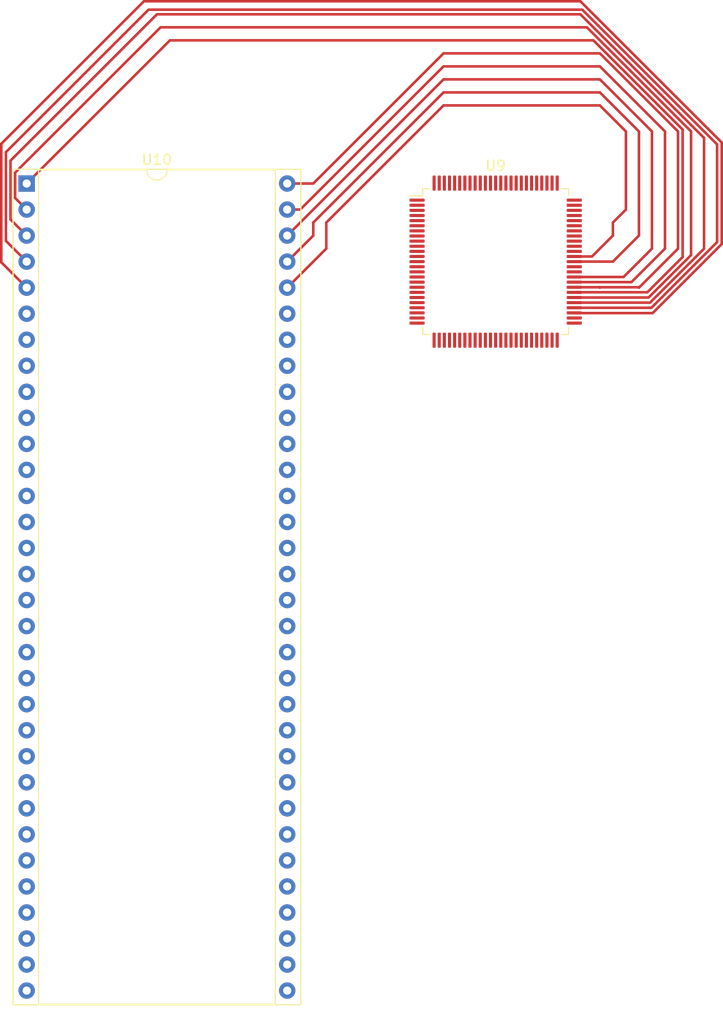
<source format=kicad_pcb>
(kicad_pcb (version 20171130) (host pcbnew 5.1.8+dfsg1-1)

  (general
    (thickness 1.6)
    (drawings 0)
    (tracks 84)
    (zones 0)
    (modules 2)
    (nets 107)
  )

  (page A4)
  (layers
    (0 F.Cu signal)
    (31 B.Cu signal)
    (32 B.Adhes user)
    (33 F.Adhes user)
    (34 B.Paste user)
    (35 F.Paste user)
    (36 B.SilkS user)
    (37 F.SilkS user)
    (38 B.Mask user)
    (39 F.Mask user)
    (40 Dwgs.User user)
    (41 Cmts.User user)
    (42 Eco1.User user)
    (43 Eco2.User user)
    (44 Edge.Cuts user)
    (45 Margin user)
    (46 B.CrtYd user)
    (47 F.CrtYd user)
    (48 B.Fab user)
    (49 F.Fab user)
  )

  (setup
    (last_trace_width 0.25)
    (trace_clearance 0.2)
    (zone_clearance 0.508)
    (zone_45_only no)
    (trace_min 0.2)
    (via_size 0.8)
    (via_drill 0.4)
    (via_min_size 0.4)
    (via_min_drill 0.3)
    (uvia_size 0.3)
    (uvia_drill 0.1)
    (uvias_allowed no)
    (uvia_min_size 0.2)
    (uvia_min_drill 0.1)
    (edge_width 0.05)
    (segment_width 0.2)
    (pcb_text_width 0.3)
    (pcb_text_size 1.5 1.5)
    (mod_edge_width 0.12)
    (mod_text_size 1 1)
    (mod_text_width 0.15)
    (pad_size 1.524 1.524)
    (pad_drill 0.762)
    (pad_to_mask_clearance 0)
    (aux_axis_origin 0 0)
    (visible_elements FFFFFF7F)
    (pcbplotparams
      (layerselection 0x010fc_ffffffff)
      (usegerberextensions false)
      (usegerberattributes true)
      (usegerberadvancedattributes true)
      (creategerberjobfile true)
      (excludeedgelayer true)
      (linewidth 0.100000)
      (plotframeref false)
      (viasonmask false)
      (mode 1)
      (useauxorigin false)
      (hpglpennumber 1)
      (hpglpenspeed 20)
      (hpglpendiameter 15.000000)
      (psnegative false)
      (psa4output false)
      (plotreference true)
      (plotvalue true)
      (plotinvisibletext false)
      (padsonsilk false)
      (subtractmaskfromsilk false)
      (outputformat 1)
      (mirror false)
      (drillshape 1)
      (scaleselection 1)
      (outputdirectory ""))
  )

  (net 0 "")
  (net 1 USB_GND)
  (net 2 +5V)
  (net 3 XTAL1)
  (net 4 XTAL2)
  (net 5 ~LOADER_RESET)
  (net 6 SDA)
  (net 7 SCL)
  (net 8 LOADER_CON_RX)
  (net 9 68KT_CON_RX)
  (net 10 LOADER_CON_TX)
  (net 11 68KT_CON_TX)
  (net 12 MISO)
  (net 13 SCK)
  (net 14 MOSI)
  (net 15 ~DTACK)
  (net 16 LED0)
  (net 17 LED4)
  (net 18 LED1)
  (net 19 LED5)
  (net 20 LED2)
  (net 21 LED6)
  (net 22 LED3)
  (net 23 LED7)
  (net 24 IPL0)
  (net 25 IPL1)
  (net 26 IPL2)
  (net 27 BGACK)
  (net 28 BG)
  (net 29 BR)
  (net 30 FC0)
  (net 31 FC1)
  (net 32 FC2)
  (net 33 VMA)
  (net 34 E)
  (net 35 VPA)
  (net 36 A20)
  (net 37 RW)
  (net 38 A1)
  (net 39 A2)
  (net 40 A3)
  (net 41 A4)
  (net 42 A5)
  (net 43 A6)
  (net 44 A7)
  (net 45 A8)
  (net 46 A9)
  (net 47 A10)
  (net 48 A11)
  (net 49 A12)
  (net 50 A13)
  (net 51 A14)
  (net 52 A15)
  (net 53 A16)
  (net 54 UDS)
  (net 55 LDS)
  (net 56 A19)
  (net 57 A18)
  (net 58 A17)
  (net 59 D7)
  (net 60 D6)
  (net 61 D5)
  (net 62 D4)
  (net 63 D3)
  (net 64 D2)
  (net 65 D1)
  (net 66 D0)
  (net 67 D8)
  (net 68 D9)
  (net 69 D10)
  (net 70 D11)
  (net 71 D12)
  (net 72 D13)
  (net 73 D14)
  (net 74 D15)
  (net 75 "Net-(U9-Pad1)")
  (net 76 "Net-(U9-Pad6)")
  (net 77 "Net-(U9-Pad7)")
  (net 78 "Net-(U9-Pad8)")
  (net 79 "Net-(U9-Pad9)")
  (net 80 "Net-(U9-Pad19)")
  (net 81 "Net-(U9-Pad23)")
  (net 82 "Net-(U9-Pad24)")
  (net 83 "Net-(U9-Pad25)")
  (net 84 "Net-(U9-Pad26)")
  (net 85 "Net-(U9-Pad28)")
  (net 86 "Net-(U9-Pad29)")
  (net 87 A21)
  (net 88 A22)
  (net 89 A23)
  (net 90 "Net-(U9-Pad52)")
  (net 91 "Net-(U9-Pad70)")
  (net 92 "Net-(U9-Pad82)")
  (net 93 "Net-(U9-Pad83)")
  (net 94 "Net-(U9-Pad84)")
  (net 95 "Net-(U9-Pad85)")
  (net 96 "Net-(U9-Pad86)")
  (net 97 "Net-(U9-Pad87)")
  (net 98 "Net-(U9-Pad88)")
  (net 99 "Net-(U9-Pad89)")
  (net 100 ~RESET)
  (net 101 ~HALT)
  (net 102 "Net-(U9-Pad92)")
  (net 103 AS)
  (net 104 "Net-(U9-Pad98)")
  (net 105 CLOCK)
  (net 106 ~BERR)

  (net_class Default "This is the default net class."
    (clearance 0.2)
    (trace_width 0.25)
    (via_dia 0.8)
    (via_drill 0.4)
    (uvia_dia 0.3)
    (uvia_drill 0.1)
    (add_net +5V)
    (add_net 68KT_CON_RX)
    (add_net 68KT_CON_TX)
    (add_net A1)
    (add_net A10)
    (add_net A11)
    (add_net A12)
    (add_net A13)
    (add_net A14)
    (add_net A15)
    (add_net A16)
    (add_net A17)
    (add_net A18)
    (add_net A19)
    (add_net A2)
    (add_net A20)
    (add_net A21)
    (add_net A22)
    (add_net A23)
    (add_net A3)
    (add_net A4)
    (add_net A5)
    (add_net A6)
    (add_net A7)
    (add_net A8)
    (add_net A9)
    (add_net AS)
    (add_net BG)
    (add_net BGACK)
    (add_net BR)
    (add_net CLOCK)
    (add_net D0)
    (add_net D1)
    (add_net D10)
    (add_net D11)
    (add_net D12)
    (add_net D13)
    (add_net D14)
    (add_net D15)
    (add_net D2)
    (add_net D3)
    (add_net D4)
    (add_net D5)
    (add_net D6)
    (add_net D7)
    (add_net D8)
    (add_net D9)
    (add_net E)
    (add_net FC0)
    (add_net FC1)
    (add_net FC2)
    (add_net IPL0)
    (add_net IPL1)
    (add_net IPL2)
    (add_net LDS)
    (add_net LED0)
    (add_net LED1)
    (add_net LED2)
    (add_net LED3)
    (add_net LED4)
    (add_net LED5)
    (add_net LED6)
    (add_net LED7)
    (add_net LOADER_CON_RX)
    (add_net LOADER_CON_TX)
    (add_net MISO)
    (add_net MOSI)
    (add_net "Net-(U9-Pad1)")
    (add_net "Net-(U9-Pad19)")
    (add_net "Net-(U9-Pad23)")
    (add_net "Net-(U9-Pad24)")
    (add_net "Net-(U9-Pad25)")
    (add_net "Net-(U9-Pad26)")
    (add_net "Net-(U9-Pad28)")
    (add_net "Net-(U9-Pad29)")
    (add_net "Net-(U9-Pad52)")
    (add_net "Net-(U9-Pad6)")
    (add_net "Net-(U9-Pad7)")
    (add_net "Net-(U9-Pad70)")
    (add_net "Net-(U9-Pad8)")
    (add_net "Net-(U9-Pad82)")
    (add_net "Net-(U9-Pad83)")
    (add_net "Net-(U9-Pad84)")
    (add_net "Net-(U9-Pad85)")
    (add_net "Net-(U9-Pad86)")
    (add_net "Net-(U9-Pad87)")
    (add_net "Net-(U9-Pad88)")
    (add_net "Net-(U9-Pad89)")
    (add_net "Net-(U9-Pad9)")
    (add_net "Net-(U9-Pad92)")
    (add_net "Net-(U9-Pad98)")
    (add_net RW)
    (add_net SCK)
    (add_net SCL)
    (add_net SDA)
    (add_net UDS)
    (add_net USB_GND)
    (add_net VMA)
    (add_net VPA)
    (add_net XTAL1)
    (add_net XTAL2)
    (add_net ~BERR)
    (add_net ~DTACK)
    (add_net ~HALT)
    (add_net ~LOADER_RESET)
    (add_net ~RESET)
  )

  (module Package_QFP:TQFP-100_14x14mm_P0.5mm (layer F.Cu) (tedit 5D9F72B1) (tstamp 5FAD35A8)
    (at 148.59 34.29)
    (descr "TQFP, 100 Pin (http://www.microsemi.com/index.php?option=com_docman&task=doc_download&gid=131095), generated with kicad-footprint-generator ipc_gullwing_generator.py")
    (tags "TQFP QFP")
    (path /5F9DA3F8/5F9817EC)
    (attr smd)
    (fp_text reference U9 (at 0 -9.35) (layer F.SilkS)
      (effects (font (size 1 1) (thickness 0.15)))
    )
    (fp_text value ATmega2560-16AU (at 0 9.35) (layer F.Fab)
      (effects (font (size 1 1) (thickness 0.15)))
    )
    (fp_line (start 6.41 7.11) (end 7.11 7.11) (layer F.SilkS) (width 0.12))
    (fp_line (start 7.11 7.11) (end 7.11 6.41) (layer F.SilkS) (width 0.12))
    (fp_line (start -6.41 7.11) (end -7.11 7.11) (layer F.SilkS) (width 0.12))
    (fp_line (start -7.11 7.11) (end -7.11 6.41) (layer F.SilkS) (width 0.12))
    (fp_line (start 6.41 -7.11) (end 7.11 -7.11) (layer F.SilkS) (width 0.12))
    (fp_line (start 7.11 -7.11) (end 7.11 -6.41) (layer F.SilkS) (width 0.12))
    (fp_line (start -6.41 -7.11) (end -7.11 -7.11) (layer F.SilkS) (width 0.12))
    (fp_line (start -7.11 -7.11) (end -7.11 -6.41) (layer F.SilkS) (width 0.12))
    (fp_line (start -7.11 -6.41) (end -8.4 -6.41) (layer F.SilkS) (width 0.12))
    (fp_line (start -6 -7) (end 7 -7) (layer F.Fab) (width 0.1))
    (fp_line (start 7 -7) (end 7 7) (layer F.Fab) (width 0.1))
    (fp_line (start 7 7) (end -7 7) (layer F.Fab) (width 0.1))
    (fp_line (start -7 7) (end -7 -6) (layer F.Fab) (width 0.1))
    (fp_line (start -7 -6) (end -6 -7) (layer F.Fab) (width 0.1))
    (fp_line (start 0 -8.65) (end -6.4 -8.65) (layer F.CrtYd) (width 0.05))
    (fp_line (start -6.4 -8.65) (end -6.4 -7.25) (layer F.CrtYd) (width 0.05))
    (fp_line (start -6.4 -7.25) (end -7.25 -7.25) (layer F.CrtYd) (width 0.05))
    (fp_line (start -7.25 -7.25) (end -7.25 -6.4) (layer F.CrtYd) (width 0.05))
    (fp_line (start -7.25 -6.4) (end -8.65 -6.4) (layer F.CrtYd) (width 0.05))
    (fp_line (start -8.65 -6.4) (end -8.65 0) (layer F.CrtYd) (width 0.05))
    (fp_line (start 0 -8.65) (end 6.4 -8.65) (layer F.CrtYd) (width 0.05))
    (fp_line (start 6.4 -8.65) (end 6.4 -7.25) (layer F.CrtYd) (width 0.05))
    (fp_line (start 6.4 -7.25) (end 7.25 -7.25) (layer F.CrtYd) (width 0.05))
    (fp_line (start 7.25 -7.25) (end 7.25 -6.4) (layer F.CrtYd) (width 0.05))
    (fp_line (start 7.25 -6.4) (end 8.65 -6.4) (layer F.CrtYd) (width 0.05))
    (fp_line (start 8.65 -6.4) (end 8.65 0) (layer F.CrtYd) (width 0.05))
    (fp_line (start 0 8.65) (end -6.4 8.65) (layer F.CrtYd) (width 0.05))
    (fp_line (start -6.4 8.65) (end -6.4 7.25) (layer F.CrtYd) (width 0.05))
    (fp_line (start -6.4 7.25) (end -7.25 7.25) (layer F.CrtYd) (width 0.05))
    (fp_line (start -7.25 7.25) (end -7.25 6.4) (layer F.CrtYd) (width 0.05))
    (fp_line (start -7.25 6.4) (end -8.65 6.4) (layer F.CrtYd) (width 0.05))
    (fp_line (start -8.65 6.4) (end -8.65 0) (layer F.CrtYd) (width 0.05))
    (fp_line (start 0 8.65) (end 6.4 8.65) (layer F.CrtYd) (width 0.05))
    (fp_line (start 6.4 8.65) (end 6.4 7.25) (layer F.CrtYd) (width 0.05))
    (fp_line (start 6.4 7.25) (end 7.25 7.25) (layer F.CrtYd) (width 0.05))
    (fp_line (start 7.25 7.25) (end 7.25 6.4) (layer F.CrtYd) (width 0.05))
    (fp_line (start 7.25 6.4) (end 8.65 6.4) (layer F.CrtYd) (width 0.05))
    (fp_line (start 8.65 6.4) (end 8.65 0) (layer F.CrtYd) (width 0.05))
    (fp_text user %R (at 0 0) (layer F.Fab)
      (effects (font (size 1 1) (thickness 0.15)))
    )
    (pad 1 smd roundrect (at -7.6625 -6) (size 1.475 0.3) (layers F.Cu F.Paste F.Mask) (roundrect_rratio 0.25)
      (net 75 "Net-(U9-Pad1)"))
    (pad 2 smd roundrect (at -7.6625 -5.5) (size 1.475 0.3) (layers F.Cu F.Paste F.Mask) (roundrect_rratio 0.25)
      (net 8 LOADER_CON_RX))
    (pad 3 smd roundrect (at -7.6625 -5) (size 1.475 0.3) (layers F.Cu F.Paste F.Mask) (roundrect_rratio 0.25)
      (net 10 LOADER_CON_TX))
    (pad 4 smd roundrect (at -7.6625 -4.5) (size 1.475 0.3) (layers F.Cu F.Paste F.Mask) (roundrect_rratio 0.25)
      (net 9 68KT_CON_RX))
    (pad 5 smd roundrect (at -7.6625 -4) (size 1.475 0.3) (layers F.Cu F.Paste F.Mask) (roundrect_rratio 0.25)
      (net 11 68KT_CON_TX))
    (pad 6 smd roundrect (at -7.6625 -3.5) (size 1.475 0.3) (layers F.Cu F.Paste F.Mask) (roundrect_rratio 0.25)
      (net 76 "Net-(U9-Pad6)"))
    (pad 7 smd roundrect (at -7.6625 -3) (size 1.475 0.3) (layers F.Cu F.Paste F.Mask) (roundrect_rratio 0.25)
      (net 77 "Net-(U9-Pad7)"))
    (pad 8 smd roundrect (at -7.6625 -2.5) (size 1.475 0.3) (layers F.Cu F.Paste F.Mask) (roundrect_rratio 0.25)
      (net 78 "Net-(U9-Pad8)"))
    (pad 9 smd roundrect (at -7.6625 -2) (size 1.475 0.3) (layers F.Cu F.Paste F.Mask) (roundrect_rratio 0.25)
      (net 79 "Net-(U9-Pad9)"))
    (pad 10 smd roundrect (at -7.6625 -1.5) (size 1.475 0.3) (layers F.Cu F.Paste F.Mask) (roundrect_rratio 0.25)
      (net 2 +5V))
    (pad 11 smd roundrect (at -7.6625 -1) (size 1.475 0.3) (layers F.Cu F.Paste F.Mask) (roundrect_rratio 0.25)
      (net 1 USB_GND))
    (pad 12 smd roundrect (at -7.6625 -0.5) (size 1.475 0.3) (layers F.Cu F.Paste F.Mask) (roundrect_rratio 0.25)
      (net 38 A1))
    (pad 13 smd roundrect (at -7.6625 0) (size 1.475 0.3) (layers F.Cu F.Paste F.Mask) (roundrect_rratio 0.25)
      (net 39 A2))
    (pad 14 smd roundrect (at -7.6625 0.5) (size 1.475 0.3) (layers F.Cu F.Paste F.Mask) (roundrect_rratio 0.25)
      (net 40 A3))
    (pad 15 smd roundrect (at -7.6625 1) (size 1.475 0.3) (layers F.Cu F.Paste F.Mask) (roundrect_rratio 0.25)
      (net 41 A4))
    (pad 16 smd roundrect (at -7.6625 1.5) (size 1.475 0.3) (layers F.Cu F.Paste F.Mask) (roundrect_rratio 0.25)
      (net 42 A5))
    (pad 17 smd roundrect (at -7.6625 2) (size 1.475 0.3) (layers F.Cu F.Paste F.Mask) (roundrect_rratio 0.25)
      (net 43 A6))
    (pad 18 smd roundrect (at -7.6625 2.5) (size 1.475 0.3) (layers F.Cu F.Paste F.Mask) (roundrect_rratio 0.25)
      (net 44 A7))
    (pad 19 smd roundrect (at -7.6625 3) (size 1.475 0.3) (layers F.Cu F.Paste F.Mask) (roundrect_rratio 0.25)
      (net 80 "Net-(U9-Pad19)"))
    (pad 20 smd roundrect (at -7.6625 3.5) (size 1.475 0.3) (layers F.Cu F.Paste F.Mask) (roundrect_rratio 0.25)
      (net 13 SCK))
    (pad 21 smd roundrect (at -7.6625 4) (size 1.475 0.3) (layers F.Cu F.Paste F.Mask) (roundrect_rratio 0.25)
      (net 14 MOSI))
    (pad 22 smd roundrect (at -7.6625 4.5) (size 1.475 0.3) (layers F.Cu F.Paste F.Mask) (roundrect_rratio 0.25)
      (net 12 MISO))
    (pad 23 smd roundrect (at -7.6625 5) (size 1.475 0.3) (layers F.Cu F.Paste F.Mask) (roundrect_rratio 0.25)
      (net 81 "Net-(U9-Pad23)"))
    (pad 24 smd roundrect (at -7.6625 5.5) (size 1.475 0.3) (layers F.Cu F.Paste F.Mask) (roundrect_rratio 0.25)
      (net 82 "Net-(U9-Pad24)"))
    (pad 25 smd roundrect (at -7.6625 6) (size 1.475 0.3) (layers F.Cu F.Paste F.Mask) (roundrect_rratio 0.25)
      (net 83 "Net-(U9-Pad25)"))
    (pad 26 smd roundrect (at -6 7.6625) (size 0.3 1.475) (layers F.Cu F.Paste F.Mask) (roundrect_rratio 0.25)
      (net 84 "Net-(U9-Pad26)"))
    (pad 27 smd roundrect (at -5.5 7.6625) (size 0.3 1.475) (layers F.Cu F.Paste F.Mask) (roundrect_rratio 0.25)
      (net 45 A8))
    (pad 28 smd roundrect (at -5 7.6625) (size 0.3 1.475) (layers F.Cu F.Paste F.Mask) (roundrect_rratio 0.25)
      (net 85 "Net-(U9-Pad28)"))
    (pad 29 smd roundrect (at -4.5 7.6625) (size 0.3 1.475) (layers F.Cu F.Paste F.Mask) (roundrect_rratio 0.25)
      (net 86 "Net-(U9-Pad29)"))
    (pad 30 smd roundrect (at -4 7.6625) (size 0.3 1.475) (layers F.Cu F.Paste F.Mask) (roundrect_rratio 0.25)
      (net 5 ~LOADER_RESET))
    (pad 31 smd roundrect (at -3.5 7.6625) (size 0.3 1.475) (layers F.Cu F.Paste F.Mask) (roundrect_rratio 0.25)
      (net 2 +5V))
    (pad 32 smd roundrect (at -3 7.6625) (size 0.3 1.475) (layers F.Cu F.Paste F.Mask) (roundrect_rratio 0.25)
      (net 1 USB_GND))
    (pad 33 smd roundrect (at -2.5 7.6625) (size 0.3 1.475) (layers F.Cu F.Paste F.Mask) (roundrect_rratio 0.25)
      (net 4 XTAL2))
    (pad 34 smd roundrect (at -2 7.6625) (size 0.3 1.475) (layers F.Cu F.Paste F.Mask) (roundrect_rratio 0.25)
      (net 3 XTAL1))
    (pad 35 smd roundrect (at -1.5 7.6625) (size 0.3 1.475) (layers F.Cu F.Paste F.Mask) (roundrect_rratio 0.25)
      (net 46 A9))
    (pad 36 smd roundrect (at -1 7.6625) (size 0.3 1.475) (layers F.Cu F.Paste F.Mask) (roundrect_rratio 0.25)
      (net 47 A10))
    (pad 37 smd roundrect (at -0.5 7.6625) (size 0.3 1.475) (layers F.Cu F.Paste F.Mask) (roundrect_rratio 0.25)
      (net 48 A11))
    (pad 38 smd roundrect (at 0 7.6625) (size 0.3 1.475) (layers F.Cu F.Paste F.Mask) (roundrect_rratio 0.25)
      (net 49 A12))
    (pad 39 smd roundrect (at 0.5 7.6625) (size 0.3 1.475) (layers F.Cu F.Paste F.Mask) (roundrect_rratio 0.25)
      (net 50 A13))
    (pad 40 smd roundrect (at 1 7.6625) (size 0.3 1.475) (layers F.Cu F.Paste F.Mask) (roundrect_rratio 0.25)
      (net 51 A14))
    (pad 41 smd roundrect (at 1.5 7.6625) (size 0.3 1.475) (layers F.Cu F.Paste F.Mask) (roundrect_rratio 0.25)
      (net 52 A15))
    (pad 42 smd roundrect (at 2 7.6625) (size 0.3 1.475) (layers F.Cu F.Paste F.Mask) (roundrect_rratio 0.25)
      (net 53 A16))
    (pad 43 smd roundrect (at 2.5 7.6625) (size 0.3 1.475) (layers F.Cu F.Paste F.Mask) (roundrect_rratio 0.25)
      (net 7 SCL))
    (pad 44 smd roundrect (at 3 7.6625) (size 0.3 1.475) (layers F.Cu F.Paste F.Mask) (roundrect_rratio 0.25)
      (net 6 SDA))
    (pad 45 smd roundrect (at 3.5 7.6625) (size 0.3 1.475) (layers F.Cu F.Paste F.Mask) (roundrect_rratio 0.25)
      (net 58 A17))
    (pad 46 smd roundrect (at 4 7.6625) (size 0.3 1.475) (layers F.Cu F.Paste F.Mask) (roundrect_rratio 0.25)
      (net 57 A18))
    (pad 47 smd roundrect (at 4.5 7.6625) (size 0.3 1.475) (layers F.Cu F.Paste F.Mask) (roundrect_rratio 0.25)
      (net 56 A19))
    (pad 48 smd roundrect (at 5 7.6625) (size 0.3 1.475) (layers F.Cu F.Paste F.Mask) (roundrect_rratio 0.25)
      (net 36 A20))
    (pad 49 smd roundrect (at 5.5 7.6625) (size 0.3 1.475) (layers F.Cu F.Paste F.Mask) (roundrect_rratio 0.25)
      (net 87 A21))
    (pad 50 smd roundrect (at 6 7.6625) (size 0.3 1.475) (layers F.Cu F.Paste F.Mask) (roundrect_rratio 0.25)
      (net 88 A22))
    (pad 51 smd roundrect (at 7.6625 6) (size 1.475 0.3) (layers F.Cu F.Paste F.Mask) (roundrect_rratio 0.25)
      (net 89 A23))
    (pad 52 smd roundrect (at 7.6625 5.5) (size 1.475 0.3) (layers F.Cu F.Paste F.Mask) (roundrect_rratio 0.25)
      (net 90 "Net-(U9-Pad52)"))
    (pad 53 smd roundrect (at 7.6625 5) (size 1.475 0.3) (layers F.Cu F.Paste F.Mask) (roundrect_rratio 0.25)
      (net 66 D0))
    (pad 54 smd roundrect (at 7.6625 4.5) (size 1.475 0.3) (layers F.Cu F.Paste F.Mask) (roundrect_rratio 0.25)
      (net 65 D1))
    (pad 55 smd roundrect (at 7.6625 4) (size 1.475 0.3) (layers F.Cu F.Paste F.Mask) (roundrect_rratio 0.25)
      (net 64 D2))
    (pad 56 smd roundrect (at 7.6625 3.5) (size 1.475 0.3) (layers F.Cu F.Paste F.Mask) (roundrect_rratio 0.25)
      (net 63 D3))
    (pad 57 smd roundrect (at 7.6625 3) (size 1.475 0.3) (layers F.Cu F.Paste F.Mask) (roundrect_rratio 0.25)
      (net 62 D4))
    (pad 58 smd roundrect (at 7.6625 2.5) (size 1.475 0.3) (layers F.Cu F.Paste F.Mask) (roundrect_rratio 0.25)
      (net 61 D5))
    (pad 59 smd roundrect (at 7.6625 2) (size 1.475 0.3) (layers F.Cu F.Paste F.Mask) (roundrect_rratio 0.25)
      (net 60 D6))
    (pad 60 smd roundrect (at 7.6625 1.5) (size 1.475 0.3) (layers F.Cu F.Paste F.Mask) (roundrect_rratio 0.25)
      (net 59 D7))
    (pad 61 smd roundrect (at 7.6625 1) (size 1.475 0.3) (layers F.Cu F.Paste F.Mask) (roundrect_rratio 0.25)
      (net 2 +5V))
    (pad 62 smd roundrect (at 7.6625 0.5) (size 1.475 0.3) (layers F.Cu F.Paste F.Mask) (roundrect_rratio 0.25)
      (net 1 USB_GND))
    (pad 63 smd roundrect (at 7.6625 0) (size 1.475 0.3) (layers F.Cu F.Paste F.Mask) (roundrect_rratio 0.25)
      (net 67 D8))
    (pad 64 smd roundrect (at 7.6625 -0.5) (size 1.475 0.3) (layers F.Cu F.Paste F.Mask) (roundrect_rratio 0.25)
      (net 68 D9))
    (pad 65 smd roundrect (at 7.6625 -1) (size 1.475 0.3) (layers F.Cu F.Paste F.Mask) (roundrect_rratio 0.25)
      (net 69 D10))
    (pad 66 smd roundrect (at 7.6625 -1.5) (size 1.475 0.3) (layers F.Cu F.Paste F.Mask) (roundrect_rratio 0.25)
      (net 70 D11))
    (pad 67 smd roundrect (at 7.6625 -2) (size 1.475 0.3) (layers F.Cu F.Paste F.Mask) (roundrect_rratio 0.25)
      (net 71 D12))
    (pad 68 smd roundrect (at 7.6625 -2.5) (size 1.475 0.3) (layers F.Cu F.Paste F.Mask) (roundrect_rratio 0.25)
      (net 72 D13))
    (pad 69 smd roundrect (at 7.6625 -3) (size 1.475 0.3) (layers F.Cu F.Paste F.Mask) (roundrect_rratio 0.25)
      (net 73 D14))
    (pad 70 smd roundrect (at 7.6625 -3.5) (size 1.475 0.3) (layers F.Cu F.Paste F.Mask) (roundrect_rratio 0.25)
      (net 91 "Net-(U9-Pad70)"))
    (pad 71 smd roundrect (at 7.6625 -4) (size 1.475 0.3) (layers F.Cu F.Paste F.Mask) (roundrect_rratio 0.25)
      (net 23 LED7))
    (pad 72 smd roundrect (at 7.6625 -4.5) (size 1.475 0.3) (layers F.Cu F.Paste F.Mask) (roundrect_rratio 0.25)
      (net 21 LED6))
    (pad 73 smd roundrect (at 7.6625 -5) (size 1.475 0.3) (layers F.Cu F.Paste F.Mask) (roundrect_rratio 0.25)
      (net 19 LED5))
    (pad 74 smd roundrect (at 7.6625 -5.5) (size 1.475 0.3) (layers F.Cu F.Paste F.Mask) (roundrect_rratio 0.25)
      (net 17 LED4))
    (pad 75 smd roundrect (at 7.6625 -6) (size 1.475 0.3) (layers F.Cu F.Paste F.Mask) (roundrect_rratio 0.25)
      (net 22 LED3))
    (pad 76 smd roundrect (at 6 -7.6625) (size 0.3 1.475) (layers F.Cu F.Paste F.Mask) (roundrect_rratio 0.25)
      (net 20 LED2))
    (pad 77 smd roundrect (at 5.5 -7.6625) (size 0.3 1.475) (layers F.Cu F.Paste F.Mask) (roundrect_rratio 0.25)
      (net 18 LED1))
    (pad 78 smd roundrect (at 5 -7.6625) (size 0.3 1.475) (layers F.Cu F.Paste F.Mask) (roundrect_rratio 0.25)
      (net 16 LED0))
    (pad 79 smd roundrect (at 4.5 -7.6625) (size 0.3 1.475) (layers F.Cu F.Paste F.Mask) (roundrect_rratio 0.25)
      (net 74 D15))
    (pad 80 smd roundrect (at 4 -7.6625) (size 0.3 1.475) (layers F.Cu F.Paste F.Mask) (roundrect_rratio 0.25)
      (net 2 +5V))
    (pad 81 smd roundrect (at 3.5 -7.6625) (size 0.3 1.475) (layers F.Cu F.Paste F.Mask) (roundrect_rratio 0.25)
      (net 1 USB_GND))
    (pad 82 smd roundrect (at 3 -7.6625) (size 0.3 1.475) (layers F.Cu F.Paste F.Mask) (roundrect_rratio 0.25)
      (net 92 "Net-(U9-Pad82)"))
    (pad 83 smd roundrect (at 2.5 -7.6625) (size 0.3 1.475) (layers F.Cu F.Paste F.Mask) (roundrect_rratio 0.25)
      (net 93 "Net-(U9-Pad83)"))
    (pad 84 smd roundrect (at 2 -7.6625) (size 0.3 1.475) (layers F.Cu F.Paste F.Mask) (roundrect_rratio 0.25)
      (net 94 "Net-(U9-Pad84)"))
    (pad 85 smd roundrect (at 1.5 -7.6625) (size 0.3 1.475) (layers F.Cu F.Paste F.Mask) (roundrect_rratio 0.25)
      (net 95 "Net-(U9-Pad85)"))
    (pad 86 smd roundrect (at 1 -7.6625) (size 0.3 1.475) (layers F.Cu F.Paste F.Mask) (roundrect_rratio 0.25)
      (net 96 "Net-(U9-Pad86)"))
    (pad 87 smd roundrect (at 0.5 -7.6625) (size 0.3 1.475) (layers F.Cu F.Paste F.Mask) (roundrect_rratio 0.25)
      (net 97 "Net-(U9-Pad87)"))
    (pad 88 smd roundrect (at 0 -7.6625) (size 0.3 1.475) (layers F.Cu F.Paste F.Mask) (roundrect_rratio 0.25)
      (net 98 "Net-(U9-Pad88)"))
    (pad 89 smd roundrect (at -0.5 -7.6625) (size 0.3 1.475) (layers F.Cu F.Paste F.Mask) (roundrect_rratio 0.25)
      (net 99 "Net-(U9-Pad89)"))
    (pad 90 smd roundrect (at -1 -7.6625) (size 0.3 1.475) (layers F.Cu F.Paste F.Mask) (roundrect_rratio 0.25)
      (net 100 ~RESET))
    (pad 91 smd roundrect (at -1.5 -7.6625) (size 0.3 1.475) (layers F.Cu F.Paste F.Mask) (roundrect_rratio 0.25)
      (net 101 ~HALT))
    (pad 92 smd roundrect (at -2 -7.6625) (size 0.3 1.475) (layers F.Cu F.Paste F.Mask) (roundrect_rratio 0.25)
      (net 102 "Net-(U9-Pad92)"))
    (pad 93 smd roundrect (at -2.5 -7.6625) (size 0.3 1.475) (layers F.Cu F.Paste F.Mask) (roundrect_rratio 0.25)
      (net 103 AS))
    (pad 94 smd roundrect (at -3 -7.6625) (size 0.3 1.475) (layers F.Cu F.Paste F.Mask) (roundrect_rratio 0.25)
      (net 15 ~DTACK))
    (pad 95 smd roundrect (at -3.5 -7.6625) (size 0.3 1.475) (layers F.Cu F.Paste F.Mask) (roundrect_rratio 0.25)
      (net 55 LDS))
    (pad 96 smd roundrect (at -4 -7.6625) (size 0.3 1.475) (layers F.Cu F.Paste F.Mask) (roundrect_rratio 0.25)
      (net 54 UDS))
    (pad 97 smd roundrect (at -4.5 -7.6625) (size 0.3 1.475) (layers F.Cu F.Paste F.Mask) (roundrect_rratio 0.25)
      (net 37 RW))
    (pad 98 smd roundrect (at -5 -7.6625) (size 0.3 1.475) (layers F.Cu F.Paste F.Mask) (roundrect_rratio 0.25)
      (net 104 "Net-(U9-Pad98)"))
    (pad 99 smd roundrect (at -5.5 -7.6625) (size 0.3 1.475) (layers F.Cu F.Paste F.Mask) (roundrect_rratio 0.25)
      (net 1 USB_GND))
    (pad 100 smd roundrect (at -6 -7.6625) (size 0.3 1.475) (layers F.Cu F.Paste F.Mask) (roundrect_rratio 0.25)
      (net 2 +5V))
    (model ${KISYS3DMOD}/Package_QFP.3dshapes/TQFP-100_14x14mm_P0.5mm.wrl
      (at (xyz 0 0 0))
      (scale (xyz 1 1 1))
      (rotate (xyz 0 0 0))
    )
  )

  (module Package_DIP:DIP-64_W25.4mm_Socket (layer F.Cu) (tedit 5A02E8C5) (tstamp 5FAD6103)
    (at 102.87 26.67)
    (descr "64-lead though-hole mounted DIP package, row spacing 25.4 mm (1000 mils), Socket")
    (tags "THT DIP DIL PDIP 2.54mm 25.4mm 1000mil Socket")
    (path /6046B06D/6046D66F)
    (fp_text reference U10 (at 12.7 -2.33) (layer F.SilkS)
      (effects (font (size 1 1) (thickness 0.15)))
    )
    (fp_text value 68000D (at 12.7 81.07) (layer F.Fab)
      (effects (font (size 1 1) (thickness 0.15)))
    )
    (fp_line (start 1.255 -1.27) (end 25.145 -1.27) (layer F.Fab) (width 0.1))
    (fp_line (start 25.145 -1.27) (end 25.145 80.01) (layer F.Fab) (width 0.1))
    (fp_line (start 25.145 80.01) (end 0.255 80.01) (layer F.Fab) (width 0.1))
    (fp_line (start 0.255 80.01) (end 0.255 -0.27) (layer F.Fab) (width 0.1))
    (fp_line (start 0.255 -0.27) (end 1.255 -1.27) (layer F.Fab) (width 0.1))
    (fp_line (start -1.27 -1.33) (end -1.27 80.07) (layer F.Fab) (width 0.1))
    (fp_line (start -1.27 80.07) (end 26.67 80.07) (layer F.Fab) (width 0.1))
    (fp_line (start 26.67 80.07) (end 26.67 -1.33) (layer F.Fab) (width 0.1))
    (fp_line (start 26.67 -1.33) (end -1.27 -1.33) (layer F.Fab) (width 0.1))
    (fp_line (start 11.7 -1.33) (end 1.16 -1.33) (layer F.SilkS) (width 0.12))
    (fp_line (start 1.16 -1.33) (end 1.16 80.07) (layer F.SilkS) (width 0.12))
    (fp_line (start 1.16 80.07) (end 24.24 80.07) (layer F.SilkS) (width 0.12))
    (fp_line (start 24.24 80.07) (end 24.24 -1.33) (layer F.SilkS) (width 0.12))
    (fp_line (start 24.24 -1.33) (end 13.7 -1.33) (layer F.SilkS) (width 0.12))
    (fp_line (start -1.33 -1.39) (end -1.33 80.13) (layer F.SilkS) (width 0.12))
    (fp_line (start -1.33 80.13) (end 26.73 80.13) (layer F.SilkS) (width 0.12))
    (fp_line (start 26.73 80.13) (end 26.73 -1.39) (layer F.SilkS) (width 0.12))
    (fp_line (start 26.73 -1.39) (end -1.33 -1.39) (layer F.SilkS) (width 0.12))
    (fp_line (start -1.55 -1.6) (end -1.55 80.35) (layer F.CrtYd) (width 0.05))
    (fp_line (start -1.55 80.35) (end 26.95 80.35) (layer F.CrtYd) (width 0.05))
    (fp_line (start 26.95 80.35) (end 26.95 -1.6) (layer F.CrtYd) (width 0.05))
    (fp_line (start 26.95 -1.6) (end -1.55 -1.6) (layer F.CrtYd) (width 0.05))
    (fp_arc (start 12.7 -1.33) (end 11.7 -1.33) (angle -180) (layer F.SilkS) (width 0.12))
    (fp_text user %R (at 12.7 39.37) (layer F.Fab)
      (effects (font (size 1 1) (thickness 0.15)))
    )
    (pad 1 thru_hole rect (at 0 0) (size 1.6 1.6) (drill 0.8) (layers *.Cu *.Mask)
      (net 62 D4))
    (pad 33 thru_hole oval (at 25.4 78.74) (size 1.6 1.6) (drill 0.8) (layers *.Cu *.Mask)
      (net 42 A5))
    (pad 2 thru_hole oval (at 0 2.54) (size 1.6 1.6) (drill 0.8) (layers *.Cu *.Mask)
      (net 63 D3))
    (pad 34 thru_hole oval (at 25.4 76.2) (size 1.6 1.6) (drill 0.8) (layers *.Cu *.Mask)
      (net 43 A6))
    (pad 3 thru_hole oval (at 0 5.08) (size 1.6 1.6) (drill 0.8) (layers *.Cu *.Mask)
      (net 64 D2))
    (pad 35 thru_hole oval (at 25.4 73.66) (size 1.6 1.6) (drill 0.8) (layers *.Cu *.Mask)
      (net 44 A7))
    (pad 4 thru_hole oval (at 0 7.62) (size 1.6 1.6) (drill 0.8) (layers *.Cu *.Mask)
      (net 65 D1))
    (pad 36 thru_hole oval (at 25.4 71.12) (size 1.6 1.6) (drill 0.8) (layers *.Cu *.Mask)
      (net 45 A8))
    (pad 5 thru_hole oval (at 0 10.16) (size 1.6 1.6) (drill 0.8) (layers *.Cu *.Mask)
      (net 66 D0))
    (pad 37 thru_hole oval (at 25.4 68.58) (size 1.6 1.6) (drill 0.8) (layers *.Cu *.Mask)
      (net 46 A9))
    (pad 6 thru_hole oval (at 0 12.7) (size 1.6 1.6) (drill 0.8) (layers *.Cu *.Mask)
      (net 103 AS))
    (pad 38 thru_hole oval (at 25.4 66.04) (size 1.6 1.6) (drill 0.8) (layers *.Cu *.Mask)
      (net 47 A10))
    (pad 7 thru_hole oval (at 0 15.24) (size 1.6 1.6) (drill 0.8) (layers *.Cu *.Mask)
      (net 54 UDS))
    (pad 39 thru_hole oval (at 25.4 63.5) (size 1.6 1.6) (drill 0.8) (layers *.Cu *.Mask)
      (net 48 A11))
    (pad 8 thru_hole oval (at 0 17.78) (size 1.6 1.6) (drill 0.8) (layers *.Cu *.Mask)
      (net 55 LDS))
    (pad 40 thru_hole oval (at 25.4 60.96) (size 1.6 1.6) (drill 0.8) (layers *.Cu *.Mask)
      (net 49 A12))
    (pad 9 thru_hole oval (at 0 20.32) (size 1.6 1.6) (drill 0.8) (layers *.Cu *.Mask)
      (net 37 RW))
    (pad 41 thru_hole oval (at 25.4 58.42) (size 1.6 1.6) (drill 0.8) (layers *.Cu *.Mask)
      (net 50 A13))
    (pad 10 thru_hole oval (at 0 22.86) (size 1.6 1.6) (drill 0.8) (layers *.Cu *.Mask)
      (net 15 ~DTACK))
    (pad 42 thru_hole oval (at 25.4 55.88) (size 1.6 1.6) (drill 0.8) (layers *.Cu *.Mask)
      (net 51 A14))
    (pad 11 thru_hole oval (at 0 25.4) (size 1.6 1.6) (drill 0.8) (layers *.Cu *.Mask)
      (net 28 BG))
    (pad 43 thru_hole oval (at 25.4 53.34) (size 1.6 1.6) (drill 0.8) (layers *.Cu *.Mask)
      (net 52 A15))
    (pad 12 thru_hole oval (at 0 27.94) (size 1.6 1.6) (drill 0.8) (layers *.Cu *.Mask)
      (net 27 BGACK))
    (pad 44 thru_hole oval (at 25.4 50.8) (size 1.6 1.6) (drill 0.8) (layers *.Cu *.Mask)
      (net 53 A16))
    (pad 13 thru_hole oval (at 0 30.48) (size 1.6 1.6) (drill 0.8) (layers *.Cu *.Mask)
      (net 29 BR))
    (pad 45 thru_hole oval (at 25.4 48.26) (size 1.6 1.6) (drill 0.8) (layers *.Cu *.Mask)
      (net 58 A17))
    (pad 14 thru_hole oval (at 0 33.02) (size 1.6 1.6) (drill 0.8) (layers *.Cu *.Mask)
      (net 2 +5V))
    (pad 46 thru_hole oval (at 25.4 45.72) (size 1.6 1.6) (drill 0.8) (layers *.Cu *.Mask)
      (net 57 A18))
    (pad 15 thru_hole oval (at 0 35.56) (size 1.6 1.6) (drill 0.8) (layers *.Cu *.Mask)
      (net 105 CLOCK))
    (pad 47 thru_hole oval (at 25.4 43.18) (size 1.6 1.6) (drill 0.8) (layers *.Cu *.Mask)
      (net 56 A19))
    (pad 16 thru_hole oval (at 0 38.1) (size 1.6 1.6) (drill 0.8) (layers *.Cu *.Mask)
      (net 1 USB_GND))
    (pad 48 thru_hole oval (at 25.4 40.64) (size 1.6 1.6) (drill 0.8) (layers *.Cu *.Mask)
      (net 36 A20))
    (pad 17 thru_hole oval (at 0 40.64) (size 1.6 1.6) (drill 0.8) (layers *.Cu *.Mask)
      (net 101 ~HALT))
    (pad 49 thru_hole oval (at 25.4 38.1) (size 1.6 1.6) (drill 0.8) (layers *.Cu *.Mask)
      (net 2 +5V))
    (pad 18 thru_hole oval (at 0 43.18) (size 1.6 1.6) (drill 0.8) (layers *.Cu *.Mask)
      (net 100 ~RESET))
    (pad 50 thru_hole oval (at 25.4 35.56) (size 1.6 1.6) (drill 0.8) (layers *.Cu *.Mask)
      (net 87 A21))
    (pad 19 thru_hole oval (at 0 45.72) (size 1.6 1.6) (drill 0.8) (layers *.Cu *.Mask)
      (net 33 VMA))
    (pad 51 thru_hole oval (at 25.4 33.02) (size 1.6 1.6) (drill 0.8) (layers *.Cu *.Mask)
      (net 88 A22))
    (pad 20 thru_hole oval (at 0 48.26) (size 1.6 1.6) (drill 0.8) (layers *.Cu *.Mask)
      (net 34 E))
    (pad 52 thru_hole oval (at 25.4 30.48) (size 1.6 1.6) (drill 0.8) (layers *.Cu *.Mask)
      (net 89 A23))
    (pad 21 thru_hole oval (at 0 50.8) (size 1.6 1.6) (drill 0.8) (layers *.Cu *.Mask)
      (net 35 VPA))
    (pad 53 thru_hole oval (at 25.4 27.94) (size 1.6 1.6) (drill 0.8) (layers *.Cu *.Mask)
      (net 1 USB_GND))
    (pad 22 thru_hole oval (at 0 53.34) (size 1.6 1.6) (drill 0.8) (layers *.Cu *.Mask)
      (net 106 ~BERR))
    (pad 54 thru_hole oval (at 25.4 25.4) (size 1.6 1.6) (drill 0.8) (layers *.Cu *.Mask)
      (net 74 D15))
    (pad 23 thru_hole oval (at 0 55.88) (size 1.6 1.6) (drill 0.8) (layers *.Cu *.Mask)
      (net 26 IPL2))
    (pad 55 thru_hole oval (at 25.4 22.86) (size 1.6 1.6) (drill 0.8) (layers *.Cu *.Mask)
      (net 73 D14))
    (pad 24 thru_hole oval (at 0 58.42) (size 1.6 1.6) (drill 0.8) (layers *.Cu *.Mask)
      (net 25 IPL1))
    (pad 56 thru_hole oval (at 25.4 20.32) (size 1.6 1.6) (drill 0.8) (layers *.Cu *.Mask)
      (net 72 D13))
    (pad 25 thru_hole oval (at 0 60.96) (size 1.6 1.6) (drill 0.8) (layers *.Cu *.Mask)
      (net 24 IPL0))
    (pad 57 thru_hole oval (at 25.4 17.78) (size 1.6 1.6) (drill 0.8) (layers *.Cu *.Mask)
      (net 71 D12))
    (pad 26 thru_hole oval (at 0 63.5) (size 1.6 1.6) (drill 0.8) (layers *.Cu *.Mask)
      (net 32 FC2))
    (pad 58 thru_hole oval (at 25.4 15.24) (size 1.6 1.6) (drill 0.8) (layers *.Cu *.Mask)
      (net 70 D11))
    (pad 27 thru_hole oval (at 0 66.04) (size 1.6 1.6) (drill 0.8) (layers *.Cu *.Mask)
      (net 31 FC1))
    (pad 59 thru_hole oval (at 25.4 12.7) (size 1.6 1.6) (drill 0.8) (layers *.Cu *.Mask)
      (net 69 D10))
    (pad 28 thru_hole oval (at 0 68.58) (size 1.6 1.6) (drill 0.8) (layers *.Cu *.Mask)
      (net 30 FC0))
    (pad 60 thru_hole oval (at 25.4 10.16) (size 1.6 1.6) (drill 0.8) (layers *.Cu *.Mask)
      (net 68 D9))
    (pad 29 thru_hole oval (at 0 71.12) (size 1.6 1.6) (drill 0.8) (layers *.Cu *.Mask)
      (net 38 A1))
    (pad 61 thru_hole oval (at 25.4 7.62) (size 1.6 1.6) (drill 0.8) (layers *.Cu *.Mask)
      (net 67 D8))
    (pad 30 thru_hole oval (at 0 73.66) (size 1.6 1.6) (drill 0.8) (layers *.Cu *.Mask)
      (net 39 A2))
    (pad 62 thru_hole oval (at 25.4 5.08) (size 1.6 1.6) (drill 0.8) (layers *.Cu *.Mask)
      (net 59 D7))
    (pad 31 thru_hole oval (at 0 76.2) (size 1.6 1.6) (drill 0.8) (layers *.Cu *.Mask)
      (net 40 A3))
    (pad 63 thru_hole oval (at 25.4 2.54) (size 1.6 1.6) (drill 0.8) (layers *.Cu *.Mask)
      (net 60 D6))
    (pad 32 thru_hole oval (at 0 78.74) (size 1.6 1.6) (drill 0.8) (layers *.Cu *.Mask)
      (net 41 A4))
    (pad 64 thru_hole oval (at 25.4 0) (size 1.6 1.6) (drill 0.8) (layers *.Cu *.Mask)
      (net 61 D5))
    (model ${KISYS3DMOD}/Package_DIP.3dshapes/DIP-64_W25.4mm_Socket.wrl
      (at (xyz 0 0 0))
      (scale (xyz 1 1 1))
      (rotate (xyz 0 0 0))
    )
  )

  (segment (start 157.055702 35.79) (end 156.2525 35.79) (width 0.25) (layer F.Cu) (net 59))
  (segment (start 161.06 35.79) (end 156.2525 35.79) (width 0.25) (layer F.Cu) (net 59))
  (segment (start 163.83 33.02) (end 161.06 35.79) (width 0.25) (layer F.Cu) (net 59))
  (segment (start 163.83 21.59) (end 163.83 33.02) (width 0.25) (layer F.Cu) (net 59))
  (segment (start 158.75 16.51) (end 163.83 21.59) (width 0.25) (layer F.Cu) (net 59))
  (segment (start 143.51 16.51) (end 158.75 16.51) (width 0.25) (layer F.Cu) (net 59))
  (segment (start 128.27 31.75) (end 143.51 16.51) (width 0.25) (layer F.Cu) (net 59))
  (segment (start 161.83 36.29) (end 158.02 36.29) (width 0.25) (layer F.Cu) (net 60))
  (segment (start 165.1 21.59) (end 165.1 33.02) (width 0.25) (layer F.Cu) (net 60))
  (segment (start 158.75 15.24) (end 165.1 21.59) (width 0.25) (layer F.Cu) (net 60))
  (segment (start 143.51 15.24) (end 158.75 15.24) (width 0.25) (layer F.Cu) (net 60))
  (segment (start 165.1 33.02) (end 161.83 36.29) (width 0.25) (layer F.Cu) (net 60))
  (segment (start 129.54 29.21) (end 143.51 15.24) (width 0.25) (layer F.Cu) (net 60))
  (segment (start 158.02 36.29) (end 156.2525 36.29) (width 0.25) (layer F.Cu) (net 60))
  (segment (start 128.27 29.21) (end 129.54 29.21) (width 0.25) (layer F.Cu) (net 60))
  (segment (start 158.71 36.79) (end 156.2525 36.79) (width 0.25) (layer F.Cu) (net 61))
  (segment (start 158.75 36.83) (end 158.71 36.79) (width 0.25) (layer F.Cu) (net 61))
  (segment (start 162.56 36.83) (end 162.52 36.79) (width 0.25) (layer F.Cu) (net 61))
  (segment (start 166.37 33.02) (end 162.56 36.83) (width 0.25) (layer F.Cu) (net 61))
  (segment (start 166.37 21.59) (end 166.37 33.02) (width 0.25) (layer F.Cu) (net 61))
  (segment (start 158.75 13.97) (end 166.37 21.59) (width 0.25) (layer F.Cu) (net 61))
  (segment (start 143.51 13.97) (end 158.75 13.97) (width 0.25) (layer F.Cu) (net 61))
  (segment (start 130.81 26.67) (end 143.51 13.97) (width 0.25) (layer F.Cu) (net 61))
  (segment (start 162.52 36.79) (end 158.71 36.79) (width 0.25) (layer F.Cu) (net 61))
  (segment (start 128.27 26.67) (end 130.81 26.67) (width 0.25) (layer F.Cu) (net 61))
  (segment (start 102.87 26.67) (end 116.84 12.7) (width 0.25) (layer F.Cu) (net 62))
  (segment (start 158.11641 12.7) (end 166.82001 21.4036) (width 0.25) (layer F.Cu) (net 62))
  (segment (start 166.82001 21.4036) (end 166.82001 33.83999) (width 0.25) (layer F.Cu) (net 62))
  (segment (start 116.84 12.7) (end 158.11641 12.7) (width 0.25) (layer F.Cu) (net 62))
  (segment (start 156.262491 37.280009) (end 156.2525 37.29) (width 0.25) (layer F.Cu) (net 62))
  (segment (start 163.379991 37.280009) (end 156.262491 37.280009) (width 0.25) (layer F.Cu) (net 62))
  (segment (start 166.82001 33.83999) (end 163.379991 37.280009) (width 0.25) (layer F.Cu) (net 62))
  (segment (start 101.744999 25.609999) (end 115.924998 11.43) (width 0.25) (layer F.Cu) (net 63))
  (segment (start 101.744999 28.084999) (end 101.744999 25.609999) (width 0.25) (layer F.Cu) (net 63))
  (segment (start 102.87 29.21) (end 101.744999 28.084999) (width 0.25) (layer F.Cu) (net 63))
  (segment (start 157.48282 11.43) (end 167.64 21.58718) (width 0.25) (layer F.Cu) (net 63))
  (segment (start 115.924998 11.43) (end 157.48282 11.43) (width 0.25) (layer F.Cu) (net 63))
  (segment (start 163.50641 37.79) (end 156.2525 37.79) (width 0.25) (layer F.Cu) (net 63))
  (segment (start 167.64 33.65641) (end 163.50641 37.79) (width 0.25) (layer F.Cu) (net 63))
  (segment (start 167.64 21.58718) (end 167.64 33.65641) (width 0.25) (layer F.Cu) (net 63))
  (segment (start 101.29499 30.17499) (end 101.29499 24.43501) (width 0.25) (layer F.Cu) (net 64))
  (segment (start 102.87 31.75) (end 101.29499 30.17499) (width 0.25) (layer F.Cu) (net 64))
  (segment (start 101.29499 24.43501) (end 115.57 10.16) (width 0.25) (layer F.Cu) (net 64))
  (segment (start 156.84923 10.16) (end 168.91 22.22077) (width 0.25) (layer F.Cu) (net 64))
  (segment (start 115.57 10.16) (end 156.84923 10.16) (width 0.25) (layer F.Cu) (net 64))
  (segment (start 163.64282 38.29) (end 156.2525 38.29) (width 0.25) (layer F.Cu) (net 64))
  (segment (start 168.91 33.02282) (end 163.64282 38.29) (width 0.25) (layer F.Cu) (net 64))
  (segment (start 168.91 22.22077) (end 168.91 33.02282) (width 0.25) (layer F.Cu) (net 64))
  (segment (start 100.844981 32.264981) (end 100.844981 23.615019) (width 0.25) (layer F.Cu) (net 65))
  (segment (start 102.87 34.29) (end 100.844981 32.264981) (width 0.25) (layer F.Cu) (net 65))
  (segment (start 157.035631 9.709991) (end 170.18 22.85436) (width 0.25) (layer F.Cu) (net 65))
  (segment (start 114.750009 9.709991) (end 157.035631 9.709991) (width 0.25) (layer F.Cu) (net 65))
  (segment (start 100.844981 23.615019) (end 114.750009 9.709991) (width 0.25) (layer F.Cu) (net 65))
  (segment (start 163.77923 38.79) (end 156.2525 38.79) (width 0.25) (layer F.Cu) (net 65))
  (segment (start 170.18 32.38923) (end 163.77923 38.79) (width 0.25) (layer F.Cu) (net 65))
  (segment (start 170.18 22.85436) (end 170.18 32.38923) (width 0.25) (layer F.Cu) (net 65))
  (segment (start 100.394972 34.354972) (end 100.394972 22.795028) (width 0.25) (layer F.Cu) (net 66))
  (segment (start 102.87 36.83) (end 100.394972 34.354972) (width 0.25) (layer F.Cu) (net 66))
  (segment (start 100.394972 22.795028) (end 114.3 8.89) (width 0.25) (layer F.Cu) (net 66))
  (segment (start 170.630009 32.575631) (end 163.89065 39.31499) (width 0.25) (layer F.Cu) (net 66))
  (segment (start 170.63001 22.66796) (end 170.630009 32.575631) (width 0.25) (layer F.Cu) (net 66))
  (segment (start 156.85205 8.89) (end 170.63001 22.66796) (width 0.25) (layer F.Cu) (net 66))
  (segment (start 114.3 8.89) (end 156.85205 8.89) (width 0.25) (layer F.Cu) (net 66))
  (segment (start 156.27749 39.31499) (end 156.2525 39.29) (width 0.25) (layer F.Cu) (net 66))
  (segment (start 163.89065 39.31499) (end 156.27749 39.31499) (width 0.25) (layer F.Cu) (net 66))
  (segment (start 157.055702 34.29) (end 156.2525 34.29) (width 0.25) (layer F.Cu) (net 67))
  (segment (start 130.81 31.75) (end 128.27 34.29) (width 0.25) (layer F.Cu) (net 67))
  (segment (start 130.81 30.48) (end 130.81 31.75) (width 0.25) (layer F.Cu) (net 67))
  (segment (start 158.75 17.78) (end 143.51 17.78) (width 0.25) (layer F.Cu) (net 67))
  (segment (start 162.56 21.59) (end 158.75 17.78) (width 0.25) (layer F.Cu) (net 67))
  (segment (start 162.56 31.75) (end 162.56 21.59) (width 0.25) (layer F.Cu) (net 67))
  (segment (start 143.51 17.78) (end 130.81 30.48) (width 0.25) (layer F.Cu) (net 67))
  (segment (start 160.02 34.29) (end 162.56 31.75) (width 0.25) (layer F.Cu) (net 67))
  (segment (start 156.2525 34.29) (end 160.02 34.29) (width 0.25) (layer F.Cu) (net 67))
  (segment (start 128.27 36.83) (end 132.08 33.02) (width 0.25) (layer F.Cu) (net 68))
  (segment (start 132.08 33.02) (end 132.08 30.48) (width 0.25) (layer F.Cu) (net 68))
  (segment (start 132.08 30.48) (end 143.51 19.05) (width 0.25) (layer F.Cu) (net 68))
  (segment (start 143.51 19.05) (end 158.75 19.05) (width 0.25) (layer F.Cu) (net 68))
  (segment (start 158.75 19.05) (end 161.29 21.59) (width 0.25) (layer F.Cu) (net 68))
  (segment (start 161.29 21.59) (end 161.29 29.21) (width 0.25) (layer F.Cu) (net 68))
  (segment (start 161.29 29.21) (end 160.02 30.48) (width 0.25) (layer F.Cu) (net 68))
  (segment (start 157.98 33.79) (end 156.2525 33.79) (width 0.25) (layer F.Cu) (net 68))
  (segment (start 160.02 31.75) (end 157.98 33.79) (width 0.25) (layer F.Cu) (net 68))
  (segment (start 160.02 30.48) (end 160.02 31.75) (width 0.25) (layer F.Cu) (net 68))

)

</source>
